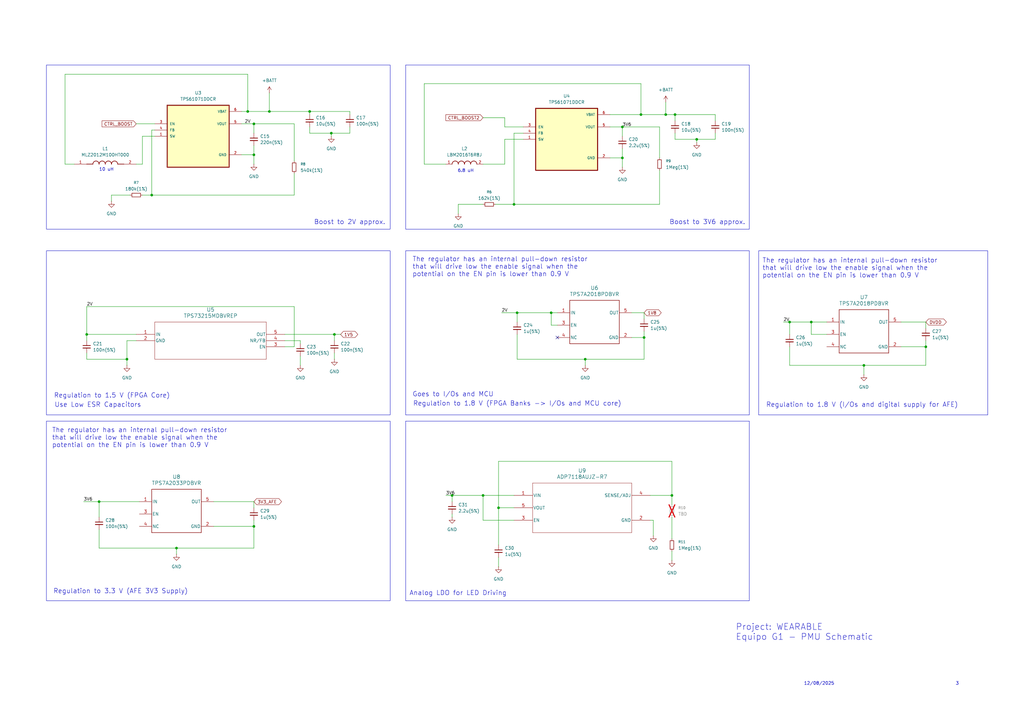
<source format=kicad_sch>
(kicad_sch (version 20250114) (generator "eeschema") (generator_version "9.0")
  (paper "A3")
  (lib_symbols
    (symbol "Device:C_Small" (pin_numbers (hide yes)) (pin_names (offset 0.254) (hide yes))
      (property "Reference" "C" (at 0.254 1.778 0))
      (property "Value" "C_Small" (at 0.254 -2.032 0))
      (symbol "C_Small_0_1"
        (polyline (pts (xy -1.524 0.508) (xy 1.524 0.508)) (stroke (width 0.3048)))
        (polyline (pts (xy -1.524 -0.508) (xy 1.524 -0.508)) (stroke (width 0.3302)))
      )
      (symbol "C_Small_1_1"
        (pin passive line (at 0 2.54 270) (length 2.032) (name "~") (number "1"))
        (pin passive line (at 0 -2.54 90) (length 2.032) (name "~") (number "2"))
      )
    )
    (symbol "Device:R_Small" (pin_numbers (hide yes)) (pin_names (offset 0.254) (hide yes))
      (property "Reference" "R" (at 0 0 90))
      (property "Value" "R_Small" (at 1.778 0 90))
      (symbol "R_Small_0_1"
        (rectangle (start -0.762 1.778) (end 0.762 -1.778) (stroke (width 0.2032)))
      )
      (symbol "R_Small_1_1"
        (pin passive line (at 0 2.54 270) (length 0.762) (name "~") (number "1"))
        (pin passive line (at 0 -2.54 90) (length 0.762) (name "~") (number "2"))
      )
    )
    (symbol "power:+BATT" (power) (pin_numbers (hide yes)) (pin_names (offset 0) (hide yes))
      (property "Value" "+BATT" (at 0 3.556 0))
      (symbol "+BATT_0_1"
        (polyline (pts (xy -0.762 1.27) (xy 0 2.54)))
        (polyline (pts (xy 0 2.54) (xy 0.762 1.27)))
        (polyline (pts (xy 0 0) (xy 0 2.54)))
      )
      (symbol "+BATT_1_1"
        (pin power_in line (at 0 0 90) (length 0) (name "~") (number "1"))
      )
    )
    (symbol "power:GND" (power) (pin_numbers (hide yes)) (pin_names (offset 0) (hide yes))
      (property "Value" "GND" (at 0 -3.81 0))
      (symbol "GND_0_1"
        (polyline (pts (xy 0 0) (xy 0 -1.27) (xy 1.27 -1.27) (xy 0 -2.54) (xy -1.27 -1.27) (xy 0 -1.27)))
      )
      (symbol "GND_1_1"
        (pin power_in line (at 0 0 270) (length 0) (name "~") (number "1"))
      )
    )
    (symbol "wearable:ADP7118AUJZ-R7" (pin_names (offset 0.254))
      (property "Reference" "U" (at 27.94 10.16 0))
      (property "Value" "ADP7118AUJZ-R7" (at 27.94 7.62 0))
      (symbol "ADP7118AUJZ-R7_0_1"
        (polyline (pts (xy 7.62 5.08) (xy 7.62 -15.24)) (stroke (width 0.127)))
        (polyline (pts (xy 7.62 -15.24) (xy 48.26 -15.24)) (stroke (width 0.127)))
        (polyline (pts (xy 48.26 5.08) (xy 7.62 5.08)) (stroke (width 0.127)))
        (polyline (pts (xy 48.26 -15.24) (xy 48.26 5.08)) (stroke (width 0.127)))
        (pin unspecified line (at 0 0 0) (length 7.62) (name "VIN") (number "1"))
        (pin unspecified line (at 0 -5.08 0) (length 7.62) (name "VOUT") (number "5"))
        (pin unspecified line (at 0 -10.16 0) (length 7.62) (name "EN") (number "3"))
        (pin unspecified line (at 55.88 0 180) (length 7.62) (name "SENSE/ADJ") (number "4"))
        (pin unspecified line (at 55.88 -10.16 180) (length 7.62) (name "GND") (number "2"))
      )
    )
    (symbol "wearable:LBM2016T6R8J" (pin_names (offset 1.016))
      (property "Reference" "L" (at -7.62 5.08 0))
      (property "Value" "LBM2016T6R8J" (at -7.62 2.54 0))
      (symbol "LBM2016T6R8J_0_0"
        (arc (start -5.08 0) (mid -3.81 1.2645) (end -2.54 0) (stroke (width 0.254)))
        (arc (start -2.54 0) (mid -1.27 1.2645) (end 0 0) (stroke (width 0.254)))
        (arc (start 0 0) (mid 1.27 1.2645) (end 2.54 0) (stroke (width 0.254)))
        (arc (start 2.54 0) (mid 3.81 1.2645) (end 5.08 0) (stroke (width 0.254)))
        (pin passive line (at -7.62 0 0) (length 2.54) (name "~") (number "1"))
        (pin passive line (at 7.62 0 180) (length 2.54) (name "~") (number "2"))
      )
    )
    (symbol "wearable:MLZ2012M100HT000" (pin_names (offset 1.016))
      (property "Reference" "L" (at -10.16 7.62 0))
      (property "Value" "MLZ2012M100HT000" (at -10.16 5.08 0))
      (symbol "MLZ2012M100HT000_0_0"
        (polyline (pts (xy -5.08 0) (xy -7.62 0)) (stroke (width 0.254)))
        (arc (start -5.08 0) (mid -3.81 1.2645) (end -2.54 0) (stroke (width 0.254)))
        (arc (start -2.54 0) (mid -1.27 1.2645) (end 0 0) (stroke (width 0.254)))
        (arc (start 0 0) (mid 1.27 1.2645) (end 2.54 0) (stroke (width 0.254)))
        (arc (start 2.54 0) (mid 3.81 1.2645) (end 5.08 0) (stroke (width 0.254)))
        (polyline (pts (xy 5.08 0) (xy 7.62 0)) (stroke (width 0.254)))
        (pin passive line (at -12.7 0 0) (length 5.08) (name "~") (number "1"))
        (pin passive line (at 12.7 0 180) (length 5.08) (name "~") (number "2"))
      )
    )
    (symbol "wearable:TPS61071DDCR" (pin_names (offset 1.016))
      (property "Reference" "U" (at -12.7 13.7 0))
      (property "Value" "TPS61071DDCR" (at -12.7 -16.7 0))
      (symbol "TPS61071DDCR_0_0"
        (rectangle (start -12.7 -12.7) (end 12.7 12.7) (stroke (width 0.41)) (fill (type background)))
        (pin input line (at -17.78 5.08 0) (length 5.08) (name "EN") (number "3"))
        (pin input line (at -17.78 2.54 0) (length 5.08) (name "FB") (number "4"))
        (pin input line (at -17.78 0 0) (length 5.08) (name "SW") (number "1"))
        (pin power_in line (at 17.78 10.16 180) (length 5.08) (name "VBAT") (number "6"))
        (pin output line (at 17.78 5.08 180) (length 5.08) (name "VOUT") (number "5"))
        (pin power_in line (at 17.78 -7.62 180) (length 5.08) (name "GND") (number "2"))
      )
    )
    (symbol "wearable:TPS73215MDBVREP" (pin_names (offset 0.254))
      (property "Reference" "U" (at 30.48 10.16 0))
      (property "Value" "TPS73215MDBVREP" (at 30.48 7.62 0))
      (symbol "TPS73215MDBVREP_0_1"
        (polyline (pts (xy 7.62 5.08) (xy 7.62 -10.16)) (stroke (width 0.127)))
        (polyline (pts (xy 7.62 -10.16) (xy 53.34 -10.16)) (stroke (width 0.127)))
        (polyline (pts (xy 53.34 5.08) (xy 7.62 5.08)) (stroke (width 0.127)))
        (polyline (pts (xy 53.34 -10.16) (xy 53.34 5.08)) (stroke (width 0.127)))
        (pin input line (at 0 0 0) (length 7.62) (name "IN") (number "1"))
        (pin power_in line (at 0 -2.54 0) (length 7.62) (name "GND") (number "2"))
        (pin output line (at 60.96 0 180) (length 7.62) (name "OUT") (number "5"))
        (pin bidirectional line (at 60.96 -2.54 180) (length 7.62) (name "NR/FB") (number "4"))
        (pin unspecified line (at 60.96 -5.08 180) (length 7.62) (name "EN") (number "3"))
      )
    )
    (symbol "wearable:TPS7A2018PDBVR" (pin_names (offset 0.254))
      (property "Reference" "U" (at 0 2.54 0))
      (property "Value" "TPS7A2018PDBVR" (at 0 0 0))
      (symbol "TPS7A2018PDBVR_0_1"
        (polyline (pts (xy 5.08 5.08) (xy 5.08 -12.7)) (stroke (width 0.2032)))
        (polyline (pts (xy 5.08 -12.7) (xy 25.4 -12.7)) (stroke (width 0.2032)))
        (polyline (pts (xy 25.4 5.08) (xy 5.08 5.08)) (stroke (width 0.2032)))
        (polyline (pts (xy 25.4 -12.7) (xy 25.4 5.08)) (stroke (width 0.2032)))
        (pin power_in line (at 0 0 0) (length 5.08) (name "IN") (number "1"))
        (pin input line (at 0 -5.08 0) (length 5.08) (name "EN") (number "3"))
        (pin unspecified line (at 0 -10.16 0) (length 5.08) (name "NC") (number "4"))
        (pin unspecified line (at 30.48 0 180) (length 5.08) (name "OUT") (number "5"))
        (pin power_in line (at 30.48 -10.16 180) (length 5.08) (name "GND") (number "2"))
      )
    )
    (symbol "wearable:TPS7A2033PDBVR" (pin_names (offset 0.254))
      (property "Reference" "U" (at 0 2.54 0))
      (property "Value" "TPS7A2033PDBVR" (at 0 0 0))
      (symbol "TPS7A2033PDBVR_0_1"
        (polyline (pts (xy 5.08 5.08) (xy 5.08 -12.7)) (stroke (width 0.2032)))
        (polyline (pts (xy 5.08 -12.7) (xy 25.4 -12.7)) (stroke (width 0.2032)))
        (polyline (pts (xy 25.4 5.08) (xy 5.08 5.08)) (stroke (width 0.2032)))
        (polyline (pts (xy 25.4 -12.7) (xy 25.4 5.08)) (stroke (width 0.2032)))
        (pin power_in line (at 0 0 0) (length 5.08) (name "IN") (number "1"))
        (pin input line (at 0 -5.08 0) (length 5.08) (name "EN") (number "3"))
        (pin unspecified line (at 0 -10.16 0) (length 5.08) (name "NC") (number "4"))
        (pin unspecified line (at 30.48 0 180) (length 5.08) (name "OUT") (number "5"))
        (pin power_in line (at 30.48 -10.16 180) (length 5.08) (name "GND") (number "2"))
      )
    )
  )
  (rectangle (start 166.37 102.87) (end 307.34 170.18))
  (rectangle (start 311.15 102.87) (end 405.13 170.18))
  (rectangle (start 19.05 102.87) (end 160.02 170.18))
  (rectangle (start 19.05 172.72) (end 160.02 246.38))
  (rectangle (start 166.37 172.72) (end 307.34 246.38))
  (rectangle (start 19.05 26.67) (end 160.02 93.98))
  (rectangle (start 166.37 26.67) (end 307.34 93.98))
  (text "Regulation to 1.8 V (I/Os and digital supply for AFE)" (at 314.198 166.116 0) (effects (font (size 1.905 1.905)) (justify left)))
  (text "The regulator has an internal pull-down resistor\nthat will drive low the enable signal when the\npotential on the EN pin is lower than 0.9 V" (at 21.336 179.578 0) (effects (font (size 1.905 1.905)) (justify left)))
  (text "3\n" (at 391.922 280.416 0) (effects (font (size 1.27 1.27)) (justify left)))
  (text "The regulator has an internal pull-down resistor\nthat will drive low the enable signal when the\npotential on the EN pin is lower than 0.9 V" (at 169.164 109.474 0) (effects (font (size 1.905 1.905)) (justify left)))
  (text "The regulator has an internal pull-down resistor\nthat will drive low the enable signal when the\npotential on the EN pin is lower than 0.9 V" (at 312.674 109.982 0) (effects (font (size 1.905 1.905)) (justify left)))
  (text "Boost to 3V6 approx.\n" (at 274.574 91.186 0) (effects (font (size 1.905 1.905)) (justify left)))
  (text "6.8 uH" (at 187.706 70.104 0) (effects (font (size 1.27 1.27)) (justify left)))
  (text "Analog LDO for LED Driving" (at 167.894 243.332 0) (effects (font (size 1.905 1.905)) (justify left)))
  (text "Goes to I/Os and MCU" (at 169.164 161.798 0) (effects (font (size 1.905 1.905)) (justify left)))
  (text "10 uH" (at 40.64 69.596 0) (effects (font (size 1.27 1.27)) (justify left)))
  (text "Regulation to 1.5 V (FPGA Core)" (at 22.098 162.306 0) (effects (font (size 1.905 1.905)) (justify left)))
  (text "Use Low ESR Capacitors" (at 22.352 166.116 0) (effects (font (size 1.905 1.905)) (justify left)))
  (text "12/08/2025" (at 329.692 280.416 0) (effects (font (size 1.27 1.27)) (justify left)))
  (text "Regulation to 3.3 V (AFE 3V3 Supply)" (at 21.844 242.57 0) (effects (font (size 1.905 1.905)) (justify left)))
  (text "Project: WEARABLE\nEquipo G1 - PMU Schematic\n\n" (at 301.752 261.366 0) (effects (font (size 2.54 2.54)) (justify left)))
  (text "Regulation to 1.8 V (FPGA Banks -> I/Os and MCU core)" (at 169.418 165.608 0) (effects (font (size 1.905 1.905)) (justify left)))
  (text "Boost to 2V approx.\n" (at 128.778 91.186 0) (effects (font (size 1.905 1.905)) (justify left)))
  (junction (at 127 45.72))
  (junction (at 275.59 203.2))
  (junction (at 264.16 138.43))
  (junction (at 40.64 205.74))
  (junction (at 240.03 147.32))
  (junction (at 35.56 137.16))
  (junction (at 104.14 50.8))
  (junction (at 276.86 46.99))
  (junction (at 104.14 215.9))
  (junction (at 273.05 46.99))
  (junction (at 262.89 46.99))
  (junction (at 52.07 147.32))
  (junction (at 72.39 224.79))
  (junction (at 323.85 132.08))
  (junction (at 354.33 149.86))
  (junction (at 198.12 203.2))
  (junction (at 226.06 128.27))
  (junction (at 285.75 57.15))
  (junction (at 255.27 64.77))
  (junction (at 212.09 128.27))
  (junction (at 135.89 54.61))
  (junction (at 210.82 83.82))
  (junction (at 137.16 137.16))
  (junction (at 101.6 45.72))
  (junction (at 255.27 52.07))
  (junction (at 185.42 203.2))
  (junction (at 104.14 63.5))
  (junction (at 204.47 208.28))
  (junction (at 379.73 142.24))
  (junction (at 62.23 80.01))
  (junction (at 110.49 45.72))
  (junction (at 332.74 132.08))
  (no_connect (at 228.6 138.43))
  (wire (pts (xy 137.16 144.78) (xy 137.16 147.32)))
  (wire (pts (xy 101.6 45.72) (xy 110.49 45.72)))
  (wire (pts (xy 143.51 45.72) (xy 143.51 46.99)))
  (wire (pts (xy 273.05 46.99) (xy 276.86 46.99)))
  (wire (pts (xy 212.09 147.32) (xy 240.03 147.32)))
  (wire (pts (xy 26.67 67.31) (xy 30.48 67.31)))
  (wire (pts (xy 137.16 137.16) (xy 137.16 139.7)))
  (wire (pts (xy 35.56 137.16) (xy 35.56 139.7)))
  (wire (pts (xy 26.67 30.48) (xy 26.67 67.31)))
  (wire (pts (xy 250.19 52.07) (xy 255.27 52.07)))
  (wire (pts (xy 110.49 38.1) (xy 110.49 45.72)))
  (wire (pts (xy 104.14 224.79) (xy 104.14 215.9)))
  (wire (pts (xy 293.37 57.15) (xy 293.37 54.61)))
  (wire (pts (xy 40.64 224.79) (xy 72.39 224.79)))
  (wire (pts (xy 116.84 142.24) (xy 120.65 142.24)))
  (wire (pts (xy 214.63 52.07) (xy 207.01 52.07)))
  (wire (pts (xy 323.85 149.86) (xy 354.33 149.86)))
  (wire (pts (xy 127 54.61) (xy 135.89 54.61)))
  (wire (pts (xy 104.14 50.8) (xy 104.14 54.61)))
  (wire (pts (xy 34.29 205.74) (xy 40.64 205.74)))
  (wire (pts (xy 198.12 67.31) (xy 207.01 67.31)))
  (wire (pts (xy 266.7 213.36) (xy 267.97 213.36)))
  (wire (pts (xy 52.07 139.7) (xy 55.88 139.7)))
  (wire (pts (xy 62.23 80.01) (xy 120.65 80.01)))
  (wire (pts (xy 379.73 149.86) (xy 379.73 142.24)))
  (wire (pts (xy 240.03 147.32) (xy 264.16 147.32)))
  (wire (pts (xy 127 45.72) (xy 127 46.99)))
  (wire (pts (xy 182.88 203.2) (xy 185.42 203.2)))
  (wire (pts (xy 137.16 137.16) (xy 139.7 137.16)))
  (wire (pts (xy 275.59 212.09) (xy 275.59 220.98)))
  (wire (pts (xy 99.06 45.72) (xy 101.6 45.72)))
  (wire (pts (xy 276.86 57.15) (xy 285.75 57.15)))
  (wire (pts (xy 185.42 203.2) (xy 185.42 205.74)))
  (wire (pts (xy 226.06 133.35) (xy 226.06 128.27)))
  (wire (pts (xy 212.09 137.16) (xy 212.09 147.32)))
  (wire (pts (xy 276.86 46.99) (xy 293.37 46.99)))
  (wire (pts (xy 354.33 149.86) (xy 354.33 153.67)))
  (wire (pts (xy 255.27 60.96) (xy 255.27 64.77)))
  (wire (pts (xy 55.88 50.8) (xy 63.5 50.8)))
  (wire (pts (xy 99.06 63.5) (xy 104.14 63.5)))
  (wire (pts (xy 45.72 82.55) (xy 45.72 80.01)))
  (wire (pts (xy 205.74 128.27) (xy 212.09 128.27)))
  (wire (pts (xy 187.96 87.63) (xy 187.96 83.82)))
  (wire (pts (xy 276.86 54.61) (xy 276.86 57.15)))
  (wire (pts (xy 55.88 137.16) (xy 35.56 137.16)))
  (wire (pts (xy 210.82 83.82) (xy 270.51 83.82)))
  (wire (pts (xy 379.73 132.08) (xy 379.73 134.62)))
  (wire (pts (xy 123.19 139.7) (xy 123.19 140.97)))
  (wire (pts (xy 207.01 67.31) (xy 207.01 57.15)))
  (wire (pts (xy 204.47 189.23) (xy 275.59 189.23)))
  (wire (pts (xy 210.82 83.82) (xy 210.82 54.61)))
  (wire (pts (xy 264.16 128.27) (xy 264.16 130.81)))
  (wire (pts (xy 185.42 210.82) (xy 185.42 212.09)))
  (wire (pts (xy 116.84 139.7) (xy 123.19 139.7)))
  (wire (pts (xy 58.42 55.88) (xy 63.5 55.88)))
  (wire (pts (xy 99.06 50.8) (xy 104.14 50.8)))
  (wire (pts (xy 354.33 149.86) (xy 379.73 149.86)))
  (wire (pts (xy 270.51 83.82) (xy 270.51 69.85)))
  (wire (pts (xy 123.19 146.05) (xy 123.19 149.86)))
  (wire (pts (xy 210.82 213.36) (xy 198.12 213.36)))
  (wire (pts (xy 72.39 224.79) (xy 72.39 227.33)))
  (wire (pts (xy 212.09 132.08) (xy 212.09 128.27)))
  (wire (pts (xy 379.73 142.24) (xy 369.57 142.24)))
  (wire (pts (xy 276.86 46.99) (xy 276.86 49.53)))
  (wire (pts (xy 104.14 205.74) (xy 104.14 208.28)))
  (wire (pts (xy 52.07 149.86) (xy 52.07 147.32)))
  (wire (pts (xy 323.85 132.08) (xy 332.74 132.08)))
  (wire (pts (xy 226.06 128.27) (xy 228.6 128.27)))
  (wire (pts (xy 104.14 50.8) (xy 120.65 50.8)))
  (wire (pts (xy 255.27 64.77) (xy 250.19 64.77)))
  (wire (pts (xy 262.89 34.29) (xy 262.89 46.99)))
  (wire (pts (xy 255.27 52.07) (xy 255.27 55.88)))
  (wire (pts (xy 116.84 137.16) (xy 137.16 137.16)))
  (wire (pts (xy 187.96 83.82) (xy 198.12 83.82)))
  (wire (pts (xy 198.12 203.2) (xy 210.82 203.2)))
  (wire (pts (xy 204.47 228.6) (xy 204.47 232.41)))
  (wire (pts (xy 270.51 52.07) (xy 270.51 64.77)))
  (wire (pts (xy 240.03 147.32) (xy 240.03 149.86)))
  (wire (pts (xy 262.89 46.99) (xy 273.05 46.99)))
  (wire (pts (xy 120.65 142.24) (xy 120.65 125.73)))
  (wire (pts (xy 104.14 63.5) (xy 104.14 67.31)))
  (wire (pts (xy 204.47 208.28) (xy 210.82 208.28)))
  (wire (pts (xy 198.12 213.36) (xy 198.12 203.2)))
  (wire (pts (xy 35.56 147.32) (xy 35.56 144.78)))
  (wire (pts (xy 293.37 46.99) (xy 293.37 49.53)))
  (wire (pts (xy 267.97 213.36) (xy 267.97 219.71)))
  (wire (pts (xy 62.23 80.01) (xy 58.42 80.01)))
  (wire (pts (xy 127 52.07) (xy 127 54.61)))
  (wire (pts (xy 204.47 208.28) (xy 204.47 189.23)))
  (wire (pts (xy 120.65 50.8) (xy 120.65 66.04)))
  (wire (pts (xy 185.42 203.2) (xy 198.12 203.2)))
  (wire (pts (xy 40.64 217.17) (xy 40.64 224.79)))
  (wire (pts (xy 275.59 203.2) (xy 266.7 203.2)))
  (wire (pts (xy 182.88 67.31) (xy 173.99 67.31)))
  (wire (pts (xy 45.72 80.01) (xy 53.34 80.01)))
  (wire (pts (xy 332.74 137.16) (xy 332.74 132.08)))
  (wire (pts (xy 369.57 132.08) (xy 379.73 132.08)))
  (wire (pts (xy 203.2 83.82) (xy 210.82 83.82)))
  (wire (pts (xy 101.6 45.72) (xy 101.6 30.48)))
  (wire (pts (xy 143.51 54.61) (xy 143.51 52.07)))
  (wire (pts (xy 135.89 54.61) (xy 135.89 55.88)))
  (wire (pts (xy 110.49 45.72) (xy 127 45.72)))
  (wire (pts (xy 332.74 132.08) (xy 339.09 132.08)))
  (wire (pts (xy 323.85 132.08) (xy 323.85 137.16)))
  (wire (pts (xy 101.6 30.48) (xy 26.67 30.48)))
  (wire (pts (xy 275.59 189.23) (xy 275.59 203.2)))
  (wire (pts (xy 264.16 138.43) (xy 259.08 138.43)))
  (wire (pts (xy 210.82 54.61) (xy 214.63 54.61)))
  (wire (pts (xy 262.89 46.99) (xy 250.19 46.99)))
  (wire (pts (xy 259.08 128.27) (xy 264.16 128.27)))
  (wire (pts (xy 173.99 34.29) (xy 262.89 34.29)))
  (wire (pts (xy 104.14 215.9) (xy 87.63 215.9)))
  (wire (pts (xy 285.75 57.15) (xy 285.75 58.42)))
  (wire (pts (xy 120.65 125.73) (xy 35.56 125.73)))
  (wire (pts (xy 135.89 54.61) (xy 143.51 54.61)))
  (wire (pts (xy 255.27 64.77) (xy 255.27 68.58)))
  (wire (pts (xy 285.75 57.15) (xy 293.37 57.15)))
  (wire (pts (xy 173.99 67.31) (xy 173.99 34.29)))
  (wire (pts (xy 35.56 125.73) (xy 35.56 137.16)))
  (wire (pts (xy 321.31 132.08) (xy 323.85 132.08)))
  (wire (pts (xy 55.88 67.31) (xy 58.42 67.31)))
  (wire (pts (xy 264.16 147.32) (xy 264.16 138.43)))
  (wire (pts (xy 379.73 139.7) (xy 379.73 142.24)))
  (wire (pts (xy 120.65 80.01) (xy 120.65 71.12)))
  (wire (pts (xy 63.5 53.34) (xy 62.23 53.34)))
  (wire (pts (xy 52.07 147.32) (xy 52.07 139.7)))
  (wire (pts (xy 72.39 224.79) (xy 104.14 224.79)))
  (wire (pts (xy 228.6 133.35) (xy 226.06 133.35)))
  (wire (pts (xy 58.42 67.31) (xy 58.42 55.88)))
  (wire (pts (xy 275.59 226.06) (xy 275.59 229.87)))
  (wire (pts (xy 207.01 52.07) (xy 207.01 48.26)))
  (wire (pts (xy 104.14 213.36) (xy 104.14 215.9)))
  (wire (pts (xy 127 45.72) (xy 143.51 45.72)))
  (wire (pts (xy 104.14 63.5) (xy 104.14 59.69)))
  (wire (pts (xy 204.47 208.28) (xy 204.47 223.52)))
  (wire (pts (xy 198.12 48.26) (xy 207.01 48.26)))
  (wire (pts (xy 339.09 137.16) (xy 332.74 137.16)))
  (wire (pts (xy 40.64 205.74) (xy 40.64 212.09)))
  (wire (pts (xy 52.07 147.32) (xy 35.56 147.32)))
  (wire (pts (xy 264.16 135.89) (xy 264.16 138.43)))
  (wire (pts (xy 323.85 142.24) (xy 323.85 149.86)))
  (wire (pts (xy 207.01 57.15) (xy 214.63 57.15)))
  (wire (pts (xy 255.27 52.07) (xy 270.51 52.07)))
  (wire (pts (xy 275.59 203.2) (xy 275.59 207.01)))
  (wire (pts (xy 212.09 128.27) (xy 226.06 128.27)))
  (wire (pts (xy 87.63 205.74) (xy 104.14 205.74)))
  (wire (pts (xy 273.05 41.91) (xy 273.05 46.99)))
  (wire (pts (xy 40.64 205.74) (xy 57.15 205.74)))
  (wire (pts (xy 62.23 53.34) (xy 62.23 80.01)))
  (label "3V6" (at 182.88 203.2 0))
  (label "2V" (at 35.56 125.73 0))
  (label "2V" (at 205.74 128.27 0))
  (label "3V6" (at 255.27 52.07 0))
  (label "2V" (at 100.33 50.8 0))
  (label "2V" (at 321.31 132.08 0))
  (label "3V6" (at 34.29 205.74 0))
  (global_label "3V3_AFE" (shape bidirectional) (at 104.14 205.74 0) (property "Intersheetrefs" "${INTERSHEET_REFS}" (effects (hide yes))))
  (global_label "CTRL_BOOST2" (shape input) (at 198.12 48.26 180) (property "Intersheetrefs" "${INTERSHEET_REFS}" (effects (hide yes))))
  (global_label "1V5" (shape bidirectional) (at 139.7 137.16 0) (property "Intersheetrefs" "${INTERSHEET_REFS}" (effects (hide yes))))
  (global_label "DVDD" (shape bidirectional) (at 379.73 132.08 0) (property "Intersheetrefs" "${INTERSHEET_REFS}" (effects (hide yes))))
  (global_label "1V8" (shape bidirectional) (at 264.16 128.27 0) (property "Intersheetrefs" "${INTERSHEET_REFS}" (effects (hide yes))))
  (global_label "CTRL_BOOST" (shape input) (at 55.88 50.8 180) (property "Intersheetrefs" "${INTERSHEET_REFS}" (effects (hide yes))))
  (symbol (lib_id "Device:C_Small") (at 185.42 208.28 0) (unit 1)
    (property "Reference" "C31" (at 187.96 207.0162 0) (effects (justify left)))
    (property "Value" "2.2u(5%)" (at 187.96 209.5562 0) (effects (justify left)))
    (property "Footprint" "Capacitor_SMD:C_0402_1005Metric" (effects (hide yes)))
    (property "Description" "Unpolarized capacitor, small symbol" (effects (hide yes)))
  )
  (symbol (lib_id "Device:C_Small") (at 123.19 143.51 0) (unit 1)
    (property "Reference" "C23" (at 125.73 142.2462 0) (effects (justify left)))
    (property "Value" "100n(5%)" (at 125.73 144.7862 0) (effects (justify left)))
    (property "Footprint" "Capacitor_SMD:C_0402_1005Metric" (effects (hide yes)))
    (property "Description" "Unpolarized capacitor, small symbol" (effects (hide yes)))
  )
  (symbol (lib_id "power:GND") (at 135.89 55.88 0) (unit 1)
    (property "Reference" "#PWR026" (effects (hide yes)))
    (property "Value" "GND" (at 135.89 60.96 0))
    (property "Description" "Power symbol creates a global label with name \"GND\" , ground" (effects (hide yes)))
  )
  (symbol (lib_id "power:GND") (at 52.07 149.86 0) (unit 1)
    (property "Reference" "#PWR031" (effects (hide yes)))
    (property "Value" "GND" (at 52.07 154.94 0))
    (property "Description" "Power symbol creates a global label with name \"GND\" , ground" (effects (hide yes)))
  )
  (symbol (lib_id "power:GND") (at 137.16 147.32 0) (unit 1)
    (property "Reference" "#PWR032" (effects (hide yes)))
    (property "Value" "GND" (at 137.16 152.4 0))
    (property "Description" "Power symbol creates a global label with name \"GND\" , ground" (effects (hide yes)))
  )
  (symbol (lib_id "Device:C_Small") (at 143.51 49.53 0) (unit 1)
    (property "Reference" "C17" (at 146.05 48.2662 0) (effects (justify left)))
    (property "Value" "100n(5%)" (at 146.05 50.8062 0) (effects (justify left)))
    (property "Footprint" "Capacitor_SMD:C_0402_1005Metric" (effects (hide yes)))
    (property "Description" "Unpolarized capacitor, small symbol" (effects (hide yes)))
  )
  (symbol (lib_id "wearable:TPS7A2018PDBVR") (at 339.09 132.08 0) (unit 1)
    (property "Reference" "U7" (at 354.33 121.92 0) (effects (font (size 1.524 1.524))))
    (property "Value" "TPS7A2018PDBVR" (at 354.33 124.46 0) (effects (font (size 1.524 1.524))))
    (property "Footprint" "wearable:DBV0005A-IPC_A" (effects (hide yes)))
    (property "Datasheet" "https://www.ti.com/lit/gpn/tps7a20" (effects (hide yes)))
  )
  (symbol (lib_id "power:GND") (at 185.42 212.09 0) (unit 1)
    (property "Reference" "#PWR038" (effects (hide yes)))
    (property "Value" "GND" (at 185.42 217.17 0))
    (property "Description" "Power symbol creates a global label with name \"GND\" , ground" (effects (hide yes)))
  )
  (symbol (lib_id "Device:C_Small") (at 212.09 134.62 0) (unit 1)
    (property "Reference" "C24" (at 214.63 133.3562 0) (effects (justify left)))
    (property "Value" "1u(5%)" (at 214.63 135.8962 0) (effects (justify left)))
    (property "Footprint" "Capacitor_SMD:C_0402_1005Metric" (effects (hide yes)))
    (property "Description" "Unpolarized capacitor, small symbol" (effects (hide yes)))
  )
  (symbol (lib_id "Device:C_Small") (at 104.14 210.82 0) (unit 1)
    (property "Reference" "C29" (at 106.68 209.5562 0) (effects (justify left)))
    (property "Value" "1u(5%)" (at 106.68 212.0962 0) (effects (justify left)))
    (property "Footprint" "Capacitor_SMD:C_0402_1005Metric" (effects (hide yes)))
    (property "Description" "Unpolarized capacitor, small symbol" (effects (hide yes)))
  )
  (symbol (lib_id "Device:C_Small") (at 40.64 214.63 0) (unit 1)
    (property "Reference" "C28" (at 43.18 213.3662 0) (effects (justify left)))
    (property "Value" "100n(5%)" (at 43.18 215.9062 0) (effects (justify left)))
    (property "Footprint" "Capacitor_SMD:C_0402_1005Metric" (effects (hide yes)))
    (property "Description" "Unpolarized capacitor, small symbol" (effects (hide yes)))
  )
  (symbol (lib_id "Device:R_Small") (at 275.59 209.55 180) (unit 1) (dnp yes)
    (property "Reference" "R10" (at 278.13 208.2799 0) (effects (font (size 1.016 1.016)) (justify right)))
    (property "Value" "TBD" (at 278.13 210.8199 0) (effects (justify right)))
    (property "Footprint" "Resistor_SMD:R_0402_1005Metric" (effects (hide yes)))
    (property "Description" "Resistor, small symbol" (effects (hide yes)))
  )
  (symbol (lib_id "power:GND") (at 354.33 153.67 0) (unit 1)
    (property "Reference" "#PWR035" (effects (hide yes)))
    (property "Value" "GND" (at 354.33 158.75 0))
    (property "Description" "Power symbol creates a global label with name \"GND\" , ground" (effects (hide yes)))
  )
  (symbol (lib_id "Device:C_Small") (at 137.16 142.24 0) (unit 1)
    (property "Reference" "C22" (at 139.7 140.9762 0) (effects (justify left)))
    (property "Value" "100n(5%)" (at 139.7 143.5162 0) (effects (justify left)))
    (property "Footprint" "Capacitor_SMD:C_0402_1005Metric" (effects (hide yes)))
    (property "Description" "Unpolarized capacitor, small symbol" (effects (hide yes)))
  )
  (symbol (lib_id "Device:C_Small") (at 104.14 57.15 0) (unit 1)
    (property "Reference" "C15" (at 106.68 55.8862 0) (effects (justify left)))
    (property "Value" "220n(5%)" (at 106.68 58.4262 0) (effects (justify left)))
    (property "Footprint" "Capacitor_SMD:C_0402_1005Metric" (effects (hide yes)))
    (property "Description" "Unpolarized capacitor, small symbol" (effects (hide yes)))
  )
  (symbol (lib_id "Device:R_Small") (at 55.88 80.01 90) (unit 1)
    (property "Reference" "R7" (at 55.88 74.93 90) (effects (font (size 1.016 1.016))))
    (property "Value" "180k(1%)" (at 55.88 77.47 90))
    (property "Footprint" "Resistor_SMD:R_0402_1005Metric" (effects (hide yes)))
    (property "Description" "Resistor, small symbol" (effects (hide yes)))
  )
  (symbol (lib_id "power:GND") (at 285.75 58.42 0) (unit 1)
    (property "Reference" "#PWR029" (effects (hide yes)))
    (property "Value" "GND" (at 285.75 63.5 0))
    (property "Description" "Power symbol creates a global label with name \"GND\" , ground" (effects (hide yes)))
  )
  (symbol (lib_id "power:GND") (at 45.72 82.55 0) (unit 1)
    (property "Reference" "#PWR025" (effects (hide yes)))
    (property "Value" "GND" (at 45.72 87.63 0))
    (property "Description" "Power symbol creates a global label with name \"GND\" , ground" (effects (hide yes)))
  )
  (symbol (lib_id "power:GND") (at 187.96 87.63 0) (unit 1)
    (property "Reference" "#PWR027" (effects (hide yes)))
    (property "Value" "GND" (at 187.96 92.71 0))
    (property "Description" "Power symbol creates a global label with name \"GND\" , ground" (effects (hide yes)))
  )
  (symbol (lib_id "power:+BATT") (at 273.05 41.91 0) (unit 1)
    (property "Reference" "#PWR028" (effects (hide yes)))
    (property "Value" "+BATT" (at 273.05 36.83 0))
    (property "Description" "Power symbol creates a global label with name \"+BATT\"" (effects (hide yes)))
  )
  (symbol (lib_id "Device:R_Small") (at 120.65 68.58 180) (unit 1)
    (property "Reference" "R8" (at 123.19 67.3099 0) (effects (font (size 1.016 1.016)) (justify right)))
    (property "Value" "540k(1%)" (at 123.19 69.8499 0) (effects (justify right)))
    (property "Footprint" "Resistor_SMD:R_0402_1005Metric" (effects (hide yes)))
    (property "Description" "Resistor, small symbol" (effects (hide yes)))
  )
  (symbol (lib_id "power:+BATT") (at 110.49 38.1 0) (unit 1)
    (property "Reference" "#PWR024" (effects (hide yes)))
    (property "Value" "+BATT" (at 110.49 33.02 0))
    (property "Description" "Power symbol creates a global label with name \"+BATT\"" (effects (hide yes)))
  )
  (symbol (lib_id "Device:C_Small") (at 379.73 137.16 0) (unit 1)
    (property "Reference" "C27" (at 382.27 135.8962 0) (effects (justify left)))
    (property "Value" "1u(5%)" (at 382.27 138.4362 0) (effects (justify left)))
    (property "Footprint" "Capacitor_SMD:C_0402_1005Metric" (effects (hide yes)))
    (property "Description" "Unpolarized capacitor, small symbol" (effects (hide yes)))
  )
  (symbol (lib_id "Device:C_Small") (at 204.47 226.06 0) (unit 1)
    (property "Reference" "C30" (at 207.01 224.7962 0) (effects (justify left)))
    (property "Value" "1u(5%)" (at 207.01 227.3362 0) (effects (justify left)))
    (property "Footprint" "Capacitor_SMD:C_0402_1005Metric" (effects (hide yes)))
    (property "Description" "Unpolarized capacitor, small symbol" (effects (hide yes)))
  )
  (symbol (lib_id "power:GND") (at 240.03 149.86 0) (unit 1)
    (property "Reference" "#PWR034" (effects (hide yes)))
    (property "Value" "GND" (at 240.03 154.94 0))
    (property "Description" "Power symbol creates a global label with name \"GND\" , ground" (effects (hide yes)))
  )
  (symbol (lib_id "Device:C_Small") (at 264.16 133.35 0) (unit 1)
    (property "Reference" "C25" (at 266.7 132.0862 0) (effects (justify left)))
    (property "Value" "1u(5%)" (at 266.7 134.6262 0) (effects (justify left)))
    (property "Footprint" "Capacitor_SMD:C_0402_1005Metric" (effects (hide yes)))
    (property "Description" "Unpolarized capacitor, small symbol" (effects (hide yes)))
  )
  (symbol (lib_id "Device:C_Small") (at 35.56 142.24 0) (unit 1)
    (property "Reference" "C21" (at 38.1 140.9762 0) (effects (justify left)))
    (property "Value" "100n(5%)" (at 38.1 143.5162 0) (effects (justify left)))
    (property "Footprint" "Capacitor_SMD:C_0402_1005Metric" (effects (hide yes)))
    (property "Description" "Unpolarized capacitor, small symbol" (effects (hide yes)))
  )
  (symbol (lib_id "Device:C_Small") (at 255.27 58.42 0) (unit 1)
    (property "Reference" "C20" (at 257.81 57.1562 0) (effects (justify left)))
    (property "Value" "2.2u(5%)" (at 257.81 59.6962 0) (effects (justify left)))
    (property "Footprint" "Capacitor_SMD:C_0402_1005Metric" (effects (hide yes)))
    (property "Description" "Unpolarized capacitor, small symbol" (effects (hide yes)))
  )
  (symbol (lib_id "Device:C_Small") (at 323.85 139.7 0) (unit 1)
    (property "Reference" "C26" (at 326.39 138.4362 0) (effects (justify left)))
    (property "Value" "1u(5%)" (at 326.39 140.9762 0) (effects (justify left)))
    (property "Footprint" "Capacitor_SMD:C_0402_1005Metric" (effects (hide yes)))
    (property "Description" "Unpolarized capacitor, small symbol" (effects (hide yes)))
  )
  (symbol (lib_id "Device:C_Small") (at 276.86 52.07 0) (unit 1)
    (property "Reference" "C18" (at 279.4 50.8062 0) (effects (justify left)))
    (property "Value" "10u(5%)" (at 279.4 53.3462 0) (effects (justify left)))
    (property "Footprint" "Capacitor_SMD:C_0402_1005Metric" (effects (hide yes)))
    (property "Description" "Unpolarized capacitor, small symbol" (effects (hide yes)))
  )
  (symbol (lib_id "wearable:LBM2016T6R8J") (at 190.5 67.31 0) (unit 1)
    (property "Reference" "L2" (at 190.5 60.96 0))
    (property "Value" "LBM2016T6R8J" (at 190.5 63.5 0))
    (property "Footprint" "wearable:INDC2016X180N_6_8uH" (effects (hide yes)))
  )
  (symbol (lib_id "power:GND") (at 123.19 149.86 0) (unit 1)
    (property "Reference" "#PWR033" (effects (hide yes)))
    (property "Value" "GND" (at 123.19 154.94 0))
    (property "Description" "Power symbol creates a global label with name \"GND\" , ground" (effects (hide yes)))
  )
  (symbol (lib_id "wearable:TPS73215MDBVREP") (at 55.88 137.16 0) (unit 1)
    (property "Reference" "U5" (at 86.36 127 0) (effects (font (size 1.524 1.524))))
    (property "Value" "TPS73215MDBVREP" (at 86.36 129.54 0) (effects (font (size 1.524 1.524))))
    (property "Footprint" "wearable:DBV5" (effects (hide yes)))
    (property "Datasheet" "https://www.ti.com/lit/gpn/tps73215-ep" (effects (hide yes)))
  )
  (symbol (lib_id "power:GND") (at 267.97 219.71 0) (unit 1)
    (property "Reference" "#PWR040" (effects (hide yes)))
    (property "Value" "GND" (at 267.97 224.79 0))
    (property "Description" "Power symbol creates a global label with name \"GND\" , ground" (effects (hide yes)))
  )
  (symbol (lib_id "wearable:ADP7118AUJZ-R7") (at 210.82 203.2 0) (unit 1)
    (property "Reference" "U9" (at 238.76 193.04 0) (effects (font (size 1.524 1.524))))
    (property "Value" "ADP7118AUJZ-R7" (at 238.76 195.58 0) (effects (font (size 1.524 1.524))))
    (property "Footprint" "wearable:UJ_5_ADI" (effects (hide yes)))
    (property "Datasheet" "https://www.analog.com/media/en/technical-documentation/data-sheets/adp7118.pdf" (effects (hide yes)))
  )
  (symbol (lib_id "power:GND") (at 275.59 229.87 0) (unit 1)
    (property "Reference" "#PWR039" (effects (hide yes)))
    (property "Value" "GND" (at 275.59 234.95 0))
    (property "Description" "Power symbol creates a global label with name \"GND\" , ground" (effects (hide yes)))
  )
  (symbol (lib_id "wearable:MLZ2012M100HT000") (at 43.18 67.31 0) (unit 1)
    (property "Reference" "L1" (at 43.18 60.96 0))
    (property "Value" "MLZ2012M100HT000" (at 43.18 63.5 0))
    (property "Footprint" "wearable:INDC2012X145N" (effects (hide yes)))
  )
  (symbol (lib_id "Device:C_Small") (at 127 49.53 0) (unit 1)
    (property "Reference" "C16" (at 129.54 48.2662 0) (effects (justify left)))
    (property "Value" "10u(5%)" (at 129.54 50.8062 0) (effects (justify left)))
    (property "Footprint" "Capacitor_SMD:C_0402_1005Metric" (effects (hide yes)))
    (property "Description" "Unpolarized capacitor, small symbol" (effects (hide yes)))
  )
  (symbol (lib_id "power:GND") (at 72.39 227.33 0) (unit 1)
    (property "Reference" "#PWR036" (effects (hide yes)))
    (property "Value" "GND" (at 72.39 232.41 0))
    (property "Description" "Power symbol creates a global label with name \"GND\" , ground" (effects (hide yes)))
  )
  (symbol (lib_id "Device:R_Small") (at 200.66 83.82 90) (unit 1)
    (property "Reference" "R6" (at 200.66 78.74 90) (effects (font (size 1.016 1.016))))
    (property "Value" "162k(1%)" (at 200.66 81.28 90))
    (property "Footprint" "Resistor_SMD:R_0402_1005Metric" (effects (hide yes)))
    (property "Description" "Resistor, small symbol" (effects (hide yes)))
  )
  (symbol (lib_id "power:GND") (at 104.14 67.31 0) (unit 1)
    (property "Reference" "#PWR023" (effects (hide yes)))
    (property "Value" "GND" (at 104.14 72.39 0))
    (property "Description" "Power symbol creates a global label with name \"GND\" , ground" (effects (hide yes)))
  )
  (symbol (lib_id "wearable:TPS61071DDCR") (at 232.41 57.15 0) (unit 1)
    (property "Reference" "U4" (at 232.41 39.37 0))
    (property "Value" "TPS61071DDCR" (at 232.41 41.91 0))
    (property "Footprint" "wearable:SOT95P280X110-6N" (effects (hide yes)))
  )
  (symbol (lib_id "wearable:TPS7A2033PDBVR") (at 57.15 205.74 0) (unit 1)
    (property "Reference" "U8" (at 72.39 195.58 0) (effects (font (size 1.524 1.524))))
    (property "Value" "TPS7A2033PDBVR" (at 72.39 198.12 0) (effects (font (size 1.524 1.524))))
    (property "Footprint" "wearable:DBV0005A-IPC_A" (effects (hide yes)))
    (property "Datasheet" "https://www.ti.com/lit/gpn/tps7a20" (effects (hide yes)))
  )
  (symbol (lib_id "Device:R_Small") (at 275.59 223.52 180) (unit 1)
    (property "Reference" "R11" (at 278.13 222.2499 0) (effects (font (size 1.016 1.016)) (justify right)))
    (property "Value" "1Meg(1%)" (at 278.13 224.7899 0) (effects (justify right)))
    (property "Footprint" "Resistor_SMD:R_0402_1005Metric" (effects (hide yes)))
    (property "Description" "Resistor, small symbol" (effects (hide yes)))
  )
  (symbol (lib_id "Device:C_Small") (at 293.37 52.07 0) (unit 1)
    (property "Reference" "C19" (at 295.91 50.8062 0) (effects (justify left)))
    (property "Value" "100n(5%)" (at 295.91 53.3462 0) (effects (justify left)))
    (property "Footprint" "Capacitor_SMD:C_0402_1005Metric" (effects (hide yes)))
    (property "Description" "Unpolarized capacitor, small symbol" (effects (hide yes)))
  )
  (symbol (lib_id "power:GND") (at 255.27 68.58 0) (unit 1)
    (property "Reference" "#PWR030" (effects (hide yes)))
    (property "Value" "GND" (at 255.27 73.66 0))
    (property "Description" "Power symbol creates a global label with name \"GND\" , ground" (effects (hide yes)))
  )
  (symbol (lib_id "wearable:TPS7A2018PDBVR") (at 228.6 128.27 0) (unit 1)
    (property "Reference" "U6" (at 243.84 118.11 0) (effects (font (size 1.524 1.524))))
    (property "Value" "TPS7A2018PDBVR" (at 243.84 120.65 0) (effects (font (size 1.524 1.524))))
    (property "Footprint" "wearable:DBV0005A-IPC_A" (effects (hide yes)))
    (property "Datasheet" "https://www.ti.com/lit/gpn/tps7a20" (effects (hide yes)))
  )
  (symbol (lib_id "wearable:TPS61071DDCR") (at 81.28 55.88 0) (unit 1)
    (property "Reference" "U3" (at 81.28 38.1 0))
    (property "Value" "TPS61071DDCR" (at 81.28 40.64 0))
    (property "Footprint" "wearable:SOT95P280X110-6N" (effects (hide yes)))
  )
  (symbol (lib_id "Device:R_Small") (at 270.51 67.31 180) (unit 1)
    (property "Reference" "R9" (at 273.05 66.0399 0) (effects (font (size 1.016 1.016)) (justify right)))
    (property "Value" "1Meg(1%)" (at 273.05 68.5799 0) (effects (justify right)))
    (property "Footprint" "Resistor_SMD:R_0402_1005Metric" (effects (hide yes)))
    (property "Description" "Resistor, small symbol" (effects (hide yes)))
  )
  (symbol (lib_id "power:GND") (at 204.47 232.41 0) (unit 1)
    (property "Reference" "#PWR037" (effects (hide yes)))
    (property "Value" "GND" (at 204.47 237.49 0))
    (property "Description" "Power symbol creates a global label with name \"GND\" , ground" (effects (hide yes)))
  )
)
</source>
